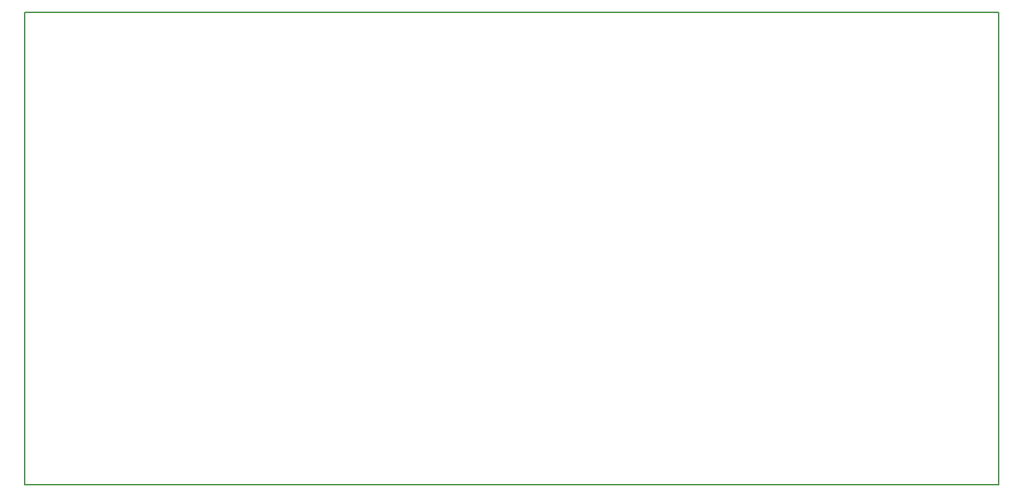
<source format=gbr>
G04 #@! TF.GenerationSoftware,KiCad,Pcbnew,5.0.0-fee4fd1~66~ubuntu18.04.1*
G04 #@! TF.CreationDate,2018-10-11T22:40:23+02:00*
G04 #@! TF.ProjectId,midi-v2-circuit,6D6964692D76322D636972637569742E,rev?*
G04 #@! TF.SameCoordinates,Original*
G04 #@! TF.FileFunction,Profile,NP*
%FSLAX46Y46*%
G04 Gerber Fmt 4.6, Leading zero omitted, Abs format (unit mm)*
G04 Created by KiCad (PCBNEW 5.0.0-fee4fd1~66~ubuntu18.04.1) date Thu Oct 11 22:40:23 2018*
%MOMM*%
%LPD*%
G01*
G04 APERTURE LIST*
%ADD10C,0.150000*%
G04 APERTURE END LIST*
D10*
X197612000Y-53594000D02*
X77216000Y-53594000D01*
X197612000Y-112014000D02*
X197612000Y-53594000D01*
X77216000Y-112014000D02*
X197612000Y-112014000D01*
X77216000Y-53594000D02*
X77216000Y-112014000D01*
M02*

</source>
